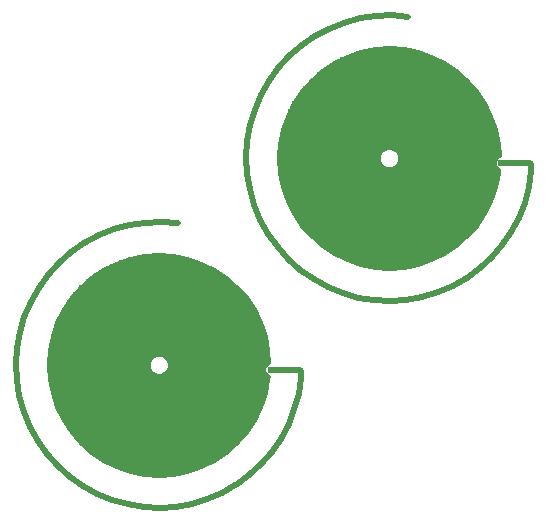
<source format=gbr>
G04 #@! TF.GenerationSoftware,KiCad,Pcbnew,5.0.2-bee76a0~70~ubuntu18.04.1*
G04 #@! TF.CreationDate,2019-06-04T21:22:10+02:00*
G04 #@! TF.ProjectId,upper_Sensor,75707065-725f-4536-956e-736f722e6b69,rev?*
G04 #@! TF.SameCoordinates,Original*
G04 #@! TF.FileFunction,Copper,L2,Bot*
G04 #@! TF.FilePolarity,Positive*
%FSLAX46Y46*%
G04 Gerber Fmt 4.6, Leading zero omitted, Abs format (unit mm)*
G04 Created by KiCad (PCBNEW 5.0.2-bee76a0~70~ubuntu18.04.1) date Di 04 Jun 2019 21:22:10 CEST*
%MOMM*%
%LPD*%
G01*
G04 APERTURE LIST*
G04 #@! TA.AperFunction,ViaPad*
%ADD10C,0.600000*%
G04 #@! TD*
G04 #@! TA.AperFunction,Conductor*
%ADD11C,0.500000*%
G04 #@! TD*
G04 #@! TA.AperFunction,Conductor*
%ADD12C,0.254000*%
G04 #@! TD*
G04 #@! TA.AperFunction,NonConductor*
%ADD13C,0.254000*%
G04 #@! TD*
G04 APERTURE END LIST*
D10*
G04 #@! TO.N,*
X127131806Y-53661784D03*
X131868193Y-53661782D03*
X138615178Y-61702524D03*
X135381504Y-55490696D03*
X134748224Y-69995240D03*
X131088881Y-71510990D03*
X125633047Y-70792710D03*
X126370519Y-71098181D03*
X124600000Y-62100000D03*
X124925002Y-54575873D03*
X135970026Y-68970025D03*
X128702526Y-71615174D03*
X137000000Y-62900000D03*
X134074998Y-54575871D03*
X137000000Y-62900000D03*
X129499999Y-53350004D03*
X136995237Y-57251777D03*
X123029976Y-56029977D03*
X120489014Y-60911121D03*
X127911121Y-71510984D03*
X138510987Y-60911119D03*
X121575875Y-67074997D03*
X137792714Y-66366956D03*
X136000000Y-61600000D03*
X136509303Y-56618495D03*
X134748222Y-55004762D03*
X135970024Y-56029975D03*
X134075000Y-70424131D03*
X131868194Y-71338220D03*
X126370516Y-53901818D03*
X137424130Y-67074999D03*
X137792712Y-58633044D03*
X132629483Y-53901816D03*
X137000000Y-62200000D03*
X124251778Y-55004764D03*
X121207291Y-66366955D03*
X124251781Y-69995236D03*
X137000000Y-63600000D03*
X125800000Y-63200000D03*
X127200000Y-61200000D03*
X127911119Y-53489014D03*
X131088880Y-53489012D03*
X131800000Y-61700000D03*
X122490697Y-56618497D03*
X135381506Y-69509305D03*
X137424128Y-57925001D03*
X120661783Y-60131808D03*
X120901817Y-59370518D03*
X129500000Y-71650000D03*
X133366955Y-54207287D03*
X120901820Y-65629483D03*
X137700000Y-61100000D03*
X134300000Y-63000000D03*
X121207288Y-58633046D03*
X136509305Y-68381505D03*
X120384824Y-61702526D03*
X137800000Y-63900000D03*
X138098183Y-59370516D03*
X130297474Y-53384822D03*
X132629484Y-71098186D03*
X133366957Y-70792715D03*
X125633044Y-54207289D03*
X128702524Y-53384823D03*
X122490700Y-68381503D03*
X124925005Y-70424127D03*
X122004766Y-67748221D03*
X138338217Y-60131806D03*
X136995239Y-67748223D03*
X121575872Y-57925003D03*
X123029979Y-68970023D03*
X123618499Y-69509302D03*
X138338219Y-64868193D03*
X138510989Y-64088880D03*
X137000000Y-62900000D03*
X123618496Y-55490698D03*
X138098185Y-65629483D03*
X122004763Y-57251779D03*
X127131808Y-71338215D03*
X130297475Y-71615181D03*
X138991760Y-62903700D03*
G04 #@! TO.N,GNDD*
X110797475Y-89115181D03*
X111588881Y-89010990D03*
X112368194Y-88838220D03*
X113129484Y-88598186D03*
X115248224Y-87495240D03*
X115881506Y-87009305D03*
X116470026Y-86470025D03*
X114575000Y-87924131D03*
X113866957Y-88292715D03*
X117924130Y-84574999D03*
X118292714Y-83866956D03*
X118598185Y-83129483D03*
X117495239Y-85248223D03*
X117009305Y-85881505D03*
X118598183Y-76870516D03*
X118292712Y-76133044D03*
X117924128Y-75425001D03*
X118838217Y-77631806D03*
X119010987Y-78411119D03*
X117495237Y-74751777D03*
X115881504Y-72990696D03*
X115248222Y-72504762D03*
X116470024Y-73529975D03*
X117009303Y-74118495D03*
X114574998Y-72075871D03*
X112368193Y-71161782D03*
X111588880Y-70989012D03*
X113129483Y-71401816D03*
X113866955Y-71707287D03*
X110797474Y-70884822D03*
X108411119Y-70989014D03*
X107631806Y-71161784D03*
X109202524Y-70884823D03*
X109999999Y-70850004D03*
X106870516Y-71401818D03*
X104751778Y-72504764D03*
X104118496Y-72990698D03*
X105425002Y-72075873D03*
X106133044Y-71707289D03*
X102504763Y-74751779D03*
X103529976Y-73529977D03*
X102075872Y-75425003D03*
X102990697Y-74118497D03*
X101707288Y-76133046D03*
X102075875Y-84574997D03*
X101401820Y-83129483D03*
X102504766Y-85248221D03*
X101707291Y-83866955D03*
X102990700Y-85881503D03*
X104751781Y-87495236D03*
X103529979Y-86470023D03*
X105425005Y-87924127D03*
X104118499Y-87009302D03*
X106133047Y-88292710D03*
X106870519Y-88598181D03*
X107631808Y-88838215D03*
X108411121Y-89010984D03*
X109202526Y-89115174D03*
X118838219Y-82368193D03*
X119010989Y-81588880D03*
X119115178Y-79202524D03*
X101401817Y-76870518D03*
X101161783Y-77631808D03*
X100989014Y-78411121D03*
X100884824Y-79202526D03*
X110000000Y-89150000D03*
X118300000Y-81400000D03*
X117500000Y-80400000D03*
X117500000Y-80400000D03*
X117500000Y-80400000D03*
X117500000Y-79700000D03*
X117500000Y-81100000D03*
X118200000Y-78600000D03*
X116500000Y-79100000D03*
X112300000Y-79200000D03*
X114800000Y-80500000D03*
X105100000Y-79600000D03*
X106300000Y-80700000D03*
X107700000Y-78700000D03*
G04 #@! TO.N,RF_ANT*
X119491760Y-80403700D03*
G04 #@! TD*
D11*
G04 #@! TO.N,*
X140486591Y-67537275D02*
X139847301Y-68746015D01*
X133627680Y-73859649D02*
X132318137Y-74253189D01*
X134884387Y-73320709D02*
X133627680Y-73859649D01*
X128242229Y-74520705D02*
X126892489Y-74301704D01*
X120970503Y-71063120D02*
X120057846Y-70044871D01*
X135962108Y-72706043D02*
X134884387Y-73320709D01*
X117708647Y-65153933D02*
X117484335Y-63805055D01*
X124419532Y-51533312D02*
X125690786Y-51029636D01*
X141336925Y-64942645D02*
X140985263Y-66264049D01*
X121056681Y-53851893D02*
X122087558Y-52953531D01*
X125576115Y-73931644D02*
X124309975Y-73415264D01*
X140985263Y-66264049D02*
X140486591Y-67537275D01*
X137175836Y-71835999D02*
X136072173Y-72643268D01*
X141537079Y-63589981D02*
X141336925Y-64942645D01*
X117735812Y-59728138D02*
X118124197Y-58417052D01*
X138181263Y-70909222D02*
X137175836Y-71835999D01*
X124309975Y-73415264D02*
X123110272Y-72759177D01*
X129729084Y-50415842D02*
X131092570Y-50519054D01*
X117413822Y-62439489D02*
X117498006Y-61074696D01*
X139075560Y-69874821D02*
X138181263Y-70909222D01*
X123110272Y-72759177D02*
X121992339Y-71971767D01*
X128362664Y-50467302D02*
X129729084Y-50415842D01*
X141555115Y-63055116D02*
X141537079Y-63589981D01*
X141400000Y-62900000D02*
X141555115Y-63055116D01*
X136072173Y-72643268D02*
X135962108Y-72706043D01*
X129608076Y-74585845D02*
X128242229Y-74520705D01*
X117498006Y-61074696D02*
X117735812Y-59728138D01*
X119266049Y-68930055D02*
X118605241Y-67732933D01*
X130972529Y-74496291D02*
X129608076Y-74585845D01*
X123213310Y-52177359D02*
X124419532Y-51533312D01*
X120057846Y-70044871D02*
X119266049Y-68930055D01*
X120133873Y-54860954D02*
X121056681Y-53851893D01*
X139847301Y-68746015D02*
X139075560Y-69874821D01*
X117484335Y-63805055D02*
X117413822Y-62439489D01*
X126892489Y-74301704D02*
X125576115Y-73931644D01*
X132318137Y-74253189D02*
X130972529Y-74496291D01*
X121992339Y-71971767D02*
X120970503Y-71063120D01*
X125690786Y-51029636D02*
X127010802Y-50672774D01*
X122087558Y-52953531D02*
X123213310Y-52177359D01*
X138990000Y-62900000D02*
X141400000Y-62900000D01*
X118658188Y-57158234D02*
X119330949Y-55967789D01*
X118124197Y-58417052D02*
X118658188Y-57158234D01*
X119330949Y-55967789D02*
X120133873Y-54860954D01*
X127010802Y-50672774D02*
X128362664Y-50467302D01*
X118083879Y-66468821D02*
X117708647Y-65153933D01*
X118605241Y-67732933D02*
X118083879Y-66468821D01*
G04 #@! TO.N,RF_ANT*
X107510802Y-68172774D02*
X108862664Y-67967302D01*
X104919532Y-69033312D02*
X106190786Y-68529636D01*
X103713310Y-69677359D02*
X104919532Y-69033312D01*
X101556681Y-71351893D02*
X102587558Y-70453531D01*
X100633873Y-72360954D02*
X101556681Y-71351893D01*
X99830949Y-73467789D02*
X100633873Y-72360954D01*
X121485263Y-83764049D02*
X120986591Y-85037275D01*
X106190786Y-68529636D02*
X107510802Y-68172774D01*
X116572173Y-90143268D02*
X116462108Y-90206043D01*
X118681263Y-88409222D02*
X117675836Y-89335999D01*
X120347301Y-86246015D02*
X119575560Y-87374821D01*
X115384387Y-90820709D02*
X114127680Y-91359649D01*
X103610272Y-90259177D02*
X102492339Y-89471767D01*
X108862664Y-67967302D02*
X110229084Y-67915842D01*
X107392489Y-91801704D02*
X106076115Y-91431644D01*
X119490000Y-80400000D02*
X121900000Y-80400000D01*
X99105241Y-85232933D02*
X98583879Y-83968821D01*
X116462108Y-90206043D02*
X115384387Y-90820709D01*
X110108076Y-92085845D02*
X108742229Y-92020705D01*
X121836925Y-82442645D02*
X121485263Y-83764049D01*
X97998006Y-78574696D02*
X98235812Y-77228138D01*
X117675836Y-89335999D02*
X116572173Y-90143268D01*
X98624197Y-75917052D02*
X99158188Y-74658234D01*
X120986591Y-85037275D02*
X120347301Y-86246015D01*
X99766049Y-86430055D02*
X99105241Y-85232933D01*
X112818137Y-91753189D02*
X111472529Y-91996291D01*
X122055115Y-80555116D02*
X122037079Y-81089981D01*
X111472529Y-91996291D02*
X110108076Y-92085845D01*
X106076115Y-91431644D02*
X104809975Y-90915264D01*
X108742229Y-92020705D02*
X107392489Y-91801704D01*
X119575560Y-87374821D02*
X118681263Y-88409222D01*
X104809975Y-90915264D02*
X103610272Y-90259177D01*
X101470503Y-88563120D02*
X100557846Y-87544871D01*
X110229084Y-67915842D02*
X111592570Y-68019054D01*
X98235812Y-77228138D02*
X98624197Y-75917052D01*
X102492339Y-89471767D02*
X101470503Y-88563120D01*
X121900000Y-80400000D02*
X122055115Y-80555116D01*
X122037079Y-81089981D02*
X121836925Y-82442645D01*
X100557846Y-87544871D02*
X99766049Y-86430055D01*
X98208647Y-82653933D02*
X97984335Y-81305055D01*
X98583879Y-83968821D02*
X98208647Y-82653933D01*
X97984335Y-81305055D02*
X97913822Y-79939489D01*
X97913822Y-79939489D02*
X97998006Y-78574696D01*
X102587558Y-70453531D02*
X103713310Y-69677359D01*
X114127680Y-91359649D02*
X112818137Y-91753189D01*
X99158188Y-74658234D02*
X99830949Y-73467789D01*
G04 #@! TD*
D12*
G04 #@! TO.N,GNDD*
G36*
X111223385Y-70707457D02*
X112425842Y-70946641D01*
X113586785Y-71340728D01*
X114686365Y-71882981D01*
X115705754Y-72564114D01*
X116627519Y-73372481D01*
X117435886Y-74294246D01*
X118117019Y-75313635D01*
X118659272Y-76413215D01*
X119053359Y-77574158D01*
X119292543Y-78776615D01*
X119363163Y-79854074D01*
X119176245Y-79931498D01*
X119019558Y-80088185D01*
X118934760Y-80292906D01*
X118934760Y-80514494D01*
X119019558Y-80719215D01*
X119176245Y-80875902D01*
X119311642Y-80931985D01*
X119292543Y-81223385D01*
X119053359Y-82425842D01*
X118659272Y-83586785D01*
X118117019Y-84686365D01*
X117435886Y-85705754D01*
X116627519Y-86627519D01*
X115705754Y-87435886D01*
X114686365Y-88117019D01*
X113586785Y-88659272D01*
X112425842Y-89053359D01*
X111223385Y-89292543D01*
X110000000Y-89372728D01*
X108776615Y-89292543D01*
X107574158Y-89053359D01*
X106413215Y-88659272D01*
X105313635Y-88117019D01*
X104294246Y-87435886D01*
X103372481Y-86627519D01*
X102564114Y-85705754D01*
X101882981Y-84686365D01*
X101340728Y-83586785D01*
X100946641Y-82425842D01*
X100707457Y-81223385D01*
X100627272Y-80000000D01*
X100638445Y-79829532D01*
X109143000Y-79829532D01*
X109143000Y-80170468D01*
X109273470Y-80485452D01*
X109514548Y-80726530D01*
X109829532Y-80857000D01*
X110170468Y-80857000D01*
X110485452Y-80726530D01*
X110726530Y-80485452D01*
X110857000Y-80170468D01*
X110857000Y-79829532D01*
X110726530Y-79514548D01*
X110485452Y-79273470D01*
X110170468Y-79143000D01*
X109829532Y-79143000D01*
X109514548Y-79273470D01*
X109273470Y-79514548D01*
X109143000Y-79829532D01*
X100638445Y-79829532D01*
X100707457Y-78776615D01*
X100946641Y-77574158D01*
X101340728Y-76413215D01*
X101882981Y-75313635D01*
X102564114Y-74294246D01*
X103372481Y-73372481D01*
X104294246Y-72564114D01*
X105313635Y-71882981D01*
X106413215Y-71340728D01*
X107574158Y-70946641D01*
X108776615Y-70707457D01*
X110000000Y-70627272D01*
X111223385Y-70707457D01*
X111223385Y-70707457D01*
G37*
X111223385Y-70707457D02*
X112425842Y-70946641D01*
X113586785Y-71340728D01*
X114686365Y-71882981D01*
X115705754Y-72564114D01*
X116627519Y-73372481D01*
X117435886Y-74294246D01*
X118117019Y-75313635D01*
X118659272Y-76413215D01*
X119053359Y-77574158D01*
X119292543Y-78776615D01*
X119363163Y-79854074D01*
X119176245Y-79931498D01*
X119019558Y-80088185D01*
X118934760Y-80292906D01*
X118934760Y-80514494D01*
X119019558Y-80719215D01*
X119176245Y-80875902D01*
X119311642Y-80931985D01*
X119292543Y-81223385D01*
X119053359Y-82425842D01*
X118659272Y-83586785D01*
X118117019Y-84686365D01*
X117435886Y-85705754D01*
X116627519Y-86627519D01*
X115705754Y-87435886D01*
X114686365Y-88117019D01*
X113586785Y-88659272D01*
X112425842Y-89053359D01*
X111223385Y-89292543D01*
X110000000Y-89372728D01*
X108776615Y-89292543D01*
X107574158Y-89053359D01*
X106413215Y-88659272D01*
X105313635Y-88117019D01*
X104294246Y-87435886D01*
X103372481Y-86627519D01*
X102564114Y-85705754D01*
X101882981Y-84686365D01*
X101340728Y-83586785D01*
X100946641Y-82425842D01*
X100707457Y-81223385D01*
X100627272Y-80000000D01*
X100638445Y-79829532D01*
X109143000Y-79829532D01*
X109143000Y-80170468D01*
X109273470Y-80485452D01*
X109514548Y-80726530D01*
X109829532Y-80857000D01*
X110170468Y-80857000D01*
X110485452Y-80726530D01*
X110726530Y-80485452D01*
X110857000Y-80170468D01*
X110857000Y-79829532D01*
X110726530Y-79514548D01*
X110485452Y-79273470D01*
X110170468Y-79143000D01*
X109829532Y-79143000D01*
X109514548Y-79273470D01*
X109273470Y-79514548D01*
X109143000Y-79829532D01*
X100638445Y-79829532D01*
X100707457Y-78776615D01*
X100946641Y-77574158D01*
X101340728Y-76413215D01*
X101882981Y-75313635D01*
X102564114Y-74294246D01*
X103372481Y-73372481D01*
X104294246Y-72564114D01*
X105313635Y-71882981D01*
X106413215Y-71340728D01*
X107574158Y-70946641D01*
X108776615Y-70707457D01*
X110000000Y-70627272D01*
X111223385Y-70707457D01*
D13*
G36*
X130723385Y-53207457D02*
X131925842Y-53446641D01*
X133086785Y-53840728D01*
X134186365Y-54382981D01*
X135205754Y-55064114D01*
X136127519Y-55872481D01*
X136935886Y-56794246D01*
X137617019Y-57813635D01*
X138159272Y-58913215D01*
X138553359Y-60074158D01*
X138792543Y-61276615D01*
X138863163Y-62354074D01*
X138676245Y-62431498D01*
X138519558Y-62588185D01*
X138434760Y-62792906D01*
X138434760Y-63014494D01*
X138519558Y-63219215D01*
X138676245Y-63375902D01*
X138811642Y-63431985D01*
X138792543Y-63723385D01*
X138553359Y-64925842D01*
X138159272Y-66086785D01*
X137617019Y-67186365D01*
X136935886Y-68205754D01*
X136127519Y-69127519D01*
X135205754Y-69935886D01*
X134186365Y-70617019D01*
X133086785Y-71159272D01*
X131925842Y-71553359D01*
X130723385Y-71792543D01*
X129500000Y-71872728D01*
X128276615Y-71792543D01*
X127074158Y-71553359D01*
X125913215Y-71159272D01*
X124813635Y-70617019D01*
X123794246Y-69935886D01*
X122872481Y-69127519D01*
X122064114Y-68205754D01*
X121382981Y-67186365D01*
X120840728Y-66086785D01*
X120446641Y-64925842D01*
X120207457Y-63723385D01*
X120127272Y-62500000D01*
X120138445Y-62329532D01*
X128643000Y-62329532D01*
X128643000Y-62670468D01*
X128773470Y-62985452D01*
X129014548Y-63226530D01*
X129329532Y-63357000D01*
X129670468Y-63357000D01*
X129985452Y-63226530D01*
X130226530Y-62985452D01*
X130357000Y-62670468D01*
X130357000Y-62329532D01*
X130226530Y-62014548D01*
X129985452Y-61773470D01*
X129670468Y-61643000D01*
X129329532Y-61643000D01*
X129014548Y-61773470D01*
X128773470Y-62014548D01*
X128643000Y-62329532D01*
X120138445Y-62329532D01*
X120207457Y-61276615D01*
X120446641Y-60074158D01*
X120840728Y-58913215D01*
X121382981Y-57813635D01*
X122064114Y-56794246D01*
X122872481Y-55872481D01*
X123794246Y-55064114D01*
X124813635Y-54382981D01*
X125913215Y-53840728D01*
X127074158Y-53446641D01*
X128276615Y-53207457D01*
X129500000Y-53127272D01*
X130723385Y-53207457D01*
X130723385Y-53207457D01*
G37*
X130723385Y-53207457D02*
X131925842Y-53446641D01*
X133086785Y-53840728D01*
X134186365Y-54382981D01*
X135205754Y-55064114D01*
X136127519Y-55872481D01*
X136935886Y-56794246D01*
X137617019Y-57813635D01*
X138159272Y-58913215D01*
X138553359Y-60074158D01*
X138792543Y-61276615D01*
X138863163Y-62354074D01*
X138676245Y-62431498D01*
X138519558Y-62588185D01*
X138434760Y-62792906D01*
X138434760Y-63014494D01*
X138519558Y-63219215D01*
X138676245Y-63375902D01*
X138811642Y-63431985D01*
X138792543Y-63723385D01*
X138553359Y-64925842D01*
X138159272Y-66086785D01*
X137617019Y-67186365D01*
X136935886Y-68205754D01*
X136127519Y-69127519D01*
X135205754Y-69935886D01*
X134186365Y-70617019D01*
X133086785Y-71159272D01*
X131925842Y-71553359D01*
X130723385Y-71792543D01*
X129500000Y-71872728D01*
X128276615Y-71792543D01*
X127074158Y-71553359D01*
X125913215Y-71159272D01*
X124813635Y-70617019D01*
X123794246Y-69935886D01*
X122872481Y-69127519D01*
X122064114Y-68205754D01*
X121382981Y-67186365D01*
X120840728Y-66086785D01*
X120446641Y-64925842D01*
X120207457Y-63723385D01*
X120127272Y-62500000D01*
X120138445Y-62329532D01*
X128643000Y-62329532D01*
X128643000Y-62670468D01*
X128773470Y-62985452D01*
X129014548Y-63226530D01*
X129329532Y-63357000D01*
X129670468Y-63357000D01*
X129985452Y-63226530D01*
X130226530Y-62985452D01*
X130357000Y-62670468D01*
X130357000Y-62329532D01*
X130226530Y-62014548D01*
X129985452Y-61773470D01*
X129670468Y-61643000D01*
X129329532Y-61643000D01*
X129014548Y-61773470D01*
X128773470Y-62014548D01*
X128643000Y-62329532D01*
X120138445Y-62329532D01*
X120207457Y-61276615D01*
X120446641Y-60074158D01*
X120840728Y-58913215D01*
X121382981Y-57813635D01*
X122064114Y-56794246D01*
X122872481Y-55872481D01*
X123794246Y-55064114D01*
X124813635Y-54382981D01*
X125913215Y-53840728D01*
X127074158Y-53446641D01*
X128276615Y-53207457D01*
X129500000Y-53127272D01*
X130723385Y-53207457D01*
G04 #@! TD*
M02*

</source>
